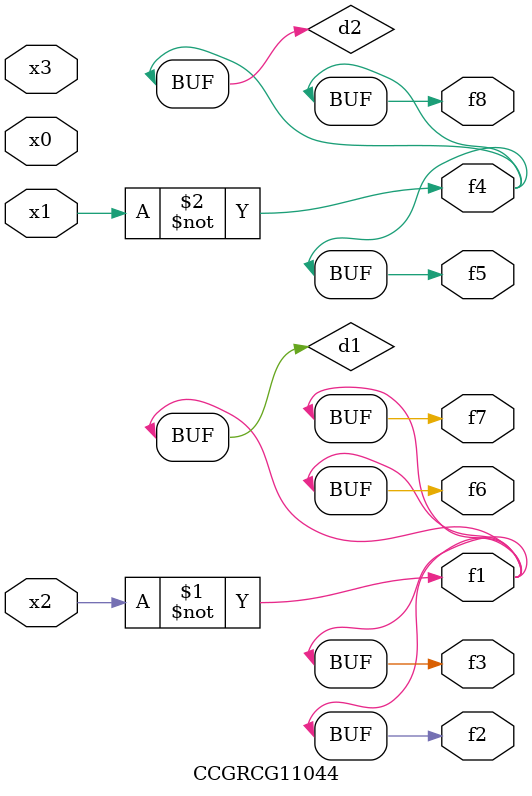
<source format=v>
module CCGRCG11044(
	input x0, x1, x2, x3,
	output f1, f2, f3, f4, f5, f6, f7, f8
);

	wire d1, d2;

	xnor (d1, x2);
	not (d2, x1);
	assign f1 = d1;
	assign f2 = d1;
	assign f3 = d1;
	assign f4 = d2;
	assign f5 = d2;
	assign f6 = d1;
	assign f7 = d1;
	assign f8 = d2;
endmodule

</source>
